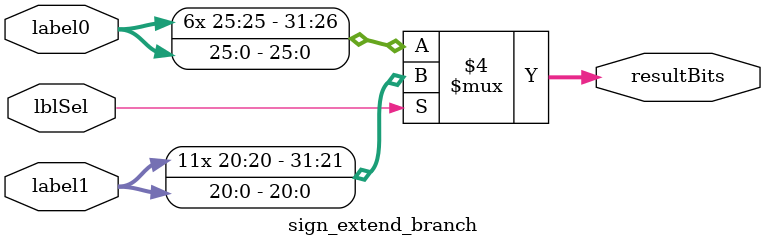
<source format=v>
`timescale 1ns / 1ps
module sign_extend_branch(
	input [25:0] label0,
	input [20:0] label1,
	input lblSel,
	output reg[31:0] resultBits
    );

	always @(*)
	begin
		if (lblSel == 0) // psuedo-direct addressing, extend I[25:0]
		begin
			resultBits = {{6{label0[25]}}, label0[25:0]};
		end
		else // 	PC-rel addressing, extend I[20:0]
		begin
			resultBits = {{11{label1[20]}}, label1[20:0]};
		end
	end

endmodule

</source>
